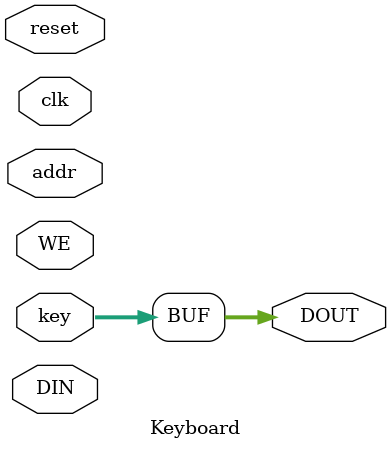
<source format=v>
module Keyboard(clk,reset,addr,WE,DIN,DOUT,key);
  input clk,reset,WE;
  input [7:2]addr;
  input [31:0]DIN,key;
  output [31:0]DOUT;
  
  assign DOUT=key;
endmodule

</source>
